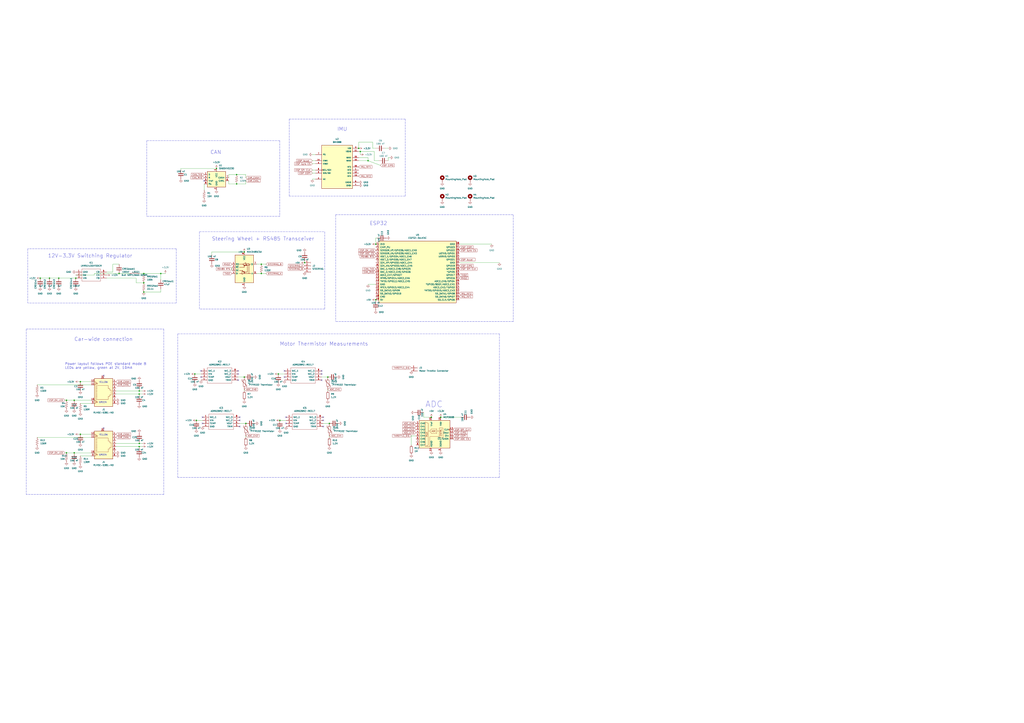
<source format=kicad_sch>
(kicad_sch (version 20211123) (generator eeschema)
  (paper "A1")
  (junction (at 194.31 143.51))
  (junction (at 200.66 207.01))
  (junction (at 114.4036 364.49))
  (junction (at 118.11 240.03))
  (junction (at 114.3 323.85))
  (junction (at 308.61 200.66))
  (junction (at 295.91 124.46))
  (junction (at 161.29 345.44))
  (junction (at 160.02 307.34))
  (junction (at 114.3 367.03))
  (junction (at 214.63 224.79))
  (junction (at 361.95 342.9))
  (junction (at 132.08 224.79))
  (junction (at 114.4036 321.31))
  (junction (at 294.64 121.92))
  (junction (at 48.26 228.6))
  (junction (at 354.33 342.9))
  (junction (at 194.31 151.13))
  (junction (at 302.26 132.08))
  (junction (at 54.61 372.11))
  (junction (at 250.19 215.9))
  (junction (at 118.11 232.41))
  (junction (at 118.11 224.79))
  (junction (at 60.96 372.11))
  (junction (at 269.24 309.88))
  (junction (at 214.63 217.17))
  (junction (at 40.64 228.6))
  (junction (at 200.66 309.88))
  (junction (at 201.93 347.98))
  (junction (at 228.6 307.34))
  (junction (at 229.87 345.44))
  (junction (at 62.23 228.6))
  (junction (at 66.04 313.69))
  (junction (at 308.61 246.38))
  (junction (at 54.61 328.93))
  (junction (at 33.02 228.6))
  (junction (at 270.51 347.98))
  (junction (at 97.79 224.79))
  (junction (at 60.96 328.93))
  (junction (at 177.8 138.43))
  (junction (at 66.04 356.87))
  (no_connect (at 85.09 351.79))
  (no_connect (at 264.16 307.34))
  (no_connect (at 166.37 342.9))
  (no_connect (at 196.85 342.9))
  (no_connect (at 195.58 304.8))
  (no_connect (at 234.95 342.9))
  (no_connect (at 196.85 350.52))
  (no_connect (at 165.1 304.8))
  (no_connect (at 166.37 347.98))
  (no_connect (at 264.16 304.8))
  (no_connect (at 165.1 309.88))
  (no_connect (at 234.95 347.98))
  (no_connect (at 85.09 308.61))
  (no_connect (at 265.43 342.9))
  (no_connect (at 167.64 148.59))
  (no_connect (at 196.85 345.44))
  (no_connect (at 233.68 304.8))
  (no_connect (at 265.43 350.52))
  (no_connect (at 195.58 312.42))
  (no_connect (at 265.43 345.44))
  (no_connect (at 264.16 312.42))
  (no_connect (at 195.58 307.34))
  (no_connect (at 233.68 309.88))
  (wire (pts (xy 200.66 207.01) (xy 173.99 207.01)))
  (wire (pts (xy 307.34 132.08) (xy 311.15 132.08)))
  (wire (pts (xy 114.3 367.03) (xy 95.25 367.03)))
  (polyline (pts (xy 146.05 274.32) (xy 410.21 274.32)))
  (wire (pts (xy 264.16 309.88) (xy 269.24 309.88)))
  (wire (pts (xy 294.64 116.84) (xy 306.07 116.84)))
  (wire (pts (xy 318.77 129.54) (xy 320.04 129.54)))
  (wire (pts (xy 308.61 195.58) (xy 309.88 195.58)))
  (wire (pts (xy 294.64 129.54) (xy 302.26 129.54)))
  (wire (pts (xy 270.51 359.41) (xy 270.51 358.14)))
  (wire (pts (xy 214.63 217.17) (xy 210.82 217.17)))
  (wire (pts (xy 229.87 345.44) (xy 234.95 345.44)))
  (wire (pts (xy 295.91 124.46) (xy 307.34 124.46)))
  (polyline (pts (xy 146.05 274.32) (xy 146.05 392.43)))
  (wire (pts (xy 265.43 347.98) (xy 270.51 347.98)))
  (wire (pts (xy 308.61 246.38) (xy 308.61 247.65)))
  (wire (pts (xy 347.98 339.09) (xy 347.98 342.9)))
  (wire (pts (xy 196.85 347.98) (xy 201.93 347.98)))
  (wire (pts (xy 132.08 237.49) (xy 132.08 240.03)))
  (wire (pts (xy 201.93 359.41) (xy 201.93 358.14)))
  (wire (pts (xy 48.26 228.6) (xy 62.23 228.6)))
  (polyline (pts (xy 134.62 406.4) (xy 21.59 406.4)))
  (wire (pts (xy 167.64 151.13) (xy 167.64 156.21)))
  (wire (pts (xy 62.23 226.06) (xy 77.47 226.06)))
  (wire (pts (xy 114.4036 321.31) (xy 114.4036 320.04)))
  (wire (pts (xy 294.64 121.92) (xy 294.64 116.84)))
  (wire (pts (xy 54.61 328.93) (xy 60.96 328.93)))
  (wire (pts (xy 97.79 224.79) (xy 106.68 224.79)))
  (wire (pts (xy 64.77 313.69) (xy 66.04 313.69)))
  (wire (pts (xy 259.08 142.24) (xy 256.54 142.24)))
  (wire (pts (xy 114.4036 364.49) (xy 114.4036 363.22)))
  (wire (pts (xy 114.4036 321.31) (xy 95.25 321.31)))
  (polyline (pts (xy 144.78 204.47) (xy 22.86 204.47)))
  (wire (pts (xy 53.34 372.11) (xy 54.61 372.11)))
  (wire (pts (xy 132.08 224.79) (xy 135.89 224.79)))
  (wire (pts (xy 116.84 323.85) (xy 114.3 323.85)))
  (polyline (pts (xy 266.7 190.5) (xy 266.7 254)))
  (wire (pts (xy 87.63 228.6) (xy 111.76 228.6)))
  (wire (pts (xy 116.84 364.49) (xy 114.4036 364.49)))
  (polyline (pts (xy 163.83 190.5) (xy 163.83 254)))
  (wire (pts (xy 116.84 367.03) (xy 114.3 367.03)))
  (polyline (pts (xy 410.21 274.32) (xy 410.21 392.43)))
  (wire (pts (xy 66.04 331.47) (xy 74.93 331.47)))
  (wire (pts (xy 347.98 342.9) (xy 354.33 342.9)))
  (wire (pts (xy 259.08 134.62) (xy 256.54 134.62)))
  (wire (pts (xy 111.76 232.41) (xy 118.11 232.41)))
  (polyline (pts (xy 229.87 115.57) (xy 229.87 177.8)))
  (wire (pts (xy 66.04 313.69) (xy 74.93 313.69)))
  (polyline (pts (xy 332.74 161.29) (xy 237.49 161.29)))
  (wire (pts (xy 337.82 358.14) (xy 341.63 358.14)))
  (wire (pts (xy 302.26 132.08) (xy 312.42 135.89)))
  (wire (pts (xy 259.08 132.08) (xy 256.54 132.08)))
  (wire (pts (xy 294.64 132.08) (xy 302.26 132.08)))
  (wire (pts (xy 269.24 321.31) (xy 269.24 320.04)))
  (wire (pts (xy 161.29 345.44) (xy 166.37 345.44)))
  (wire (pts (xy 214.63 224.79) (xy 210.82 224.79)))
  (polyline (pts (xy 120.65 115.57) (xy 229.87 115.57)))
  (polyline (pts (xy 120.65 115.57) (xy 120.65 177.8)))
  (wire (pts (xy 194.31 151.13) (xy 201.93 151.13)))
  (wire (pts (xy 33.02 228.6) (xy 40.64 228.6)))
  (wire (pts (xy 148.59 138.43) (xy 148.59 139.7)))
  (wire (pts (xy 228.6 307.34) (xy 233.68 307.34)))
  (wire (pts (xy 114.4036 364.49) (xy 95.25 364.49)))
  (wire (pts (xy 259.08 139.7) (xy 256.54 139.7)))
  (wire (pts (xy 148.59 138.43) (xy 177.8 138.43)))
  (wire (pts (xy 294.64 124.46) (xy 295.91 124.46)))
  (polyline (pts (xy 144.78 248.92) (xy 22.86 248.92)))
  (polyline (pts (xy 421.64 176.53) (xy 421.64 264.16)))
  (wire (pts (xy 403.86 200.66) (xy 377.19 200.66)))
  (wire (pts (xy 111.76 228.6) (xy 111.76 232.41)))
  (polyline (pts (xy 332.74 97.79) (xy 332.74 161.29)))
  (wire (pts (xy 306.07 116.84) (xy 306.07 121.92)))
  (polyline (pts (xy 21.59 270.51) (xy 134.62 270.51)))
  (wire (pts (xy 54.61 372.11) (xy 60.96 372.11)))
  (wire (pts (xy 302.26 129.54) (xy 302.26 132.08)))
  (wire (pts (xy 87.63 223.52) (xy 92.71 223.52)))
  (polyline (pts (xy 275.59 176.53) (xy 275.59 264.16)))
  (wire (pts (xy 306.07 121.92) (xy 308.61 121.92)))
  (wire (pts (xy 132.08 224.79) (xy 132.08 229.87)))
  (wire (pts (xy 66.04 374.65) (xy 74.93 374.65)))
  (wire (pts (xy 92.71 223.52) (xy 92.71 217.17)))
  (wire (pts (xy 187.96 146.05) (xy 187.96 143.51)))
  (wire (pts (xy 92.71 217.17) (xy 97.79 217.17)))
  (wire (pts (xy 132.08 240.03) (xy 118.11 240.03)))
  (polyline (pts (xy 237.49 97.79) (xy 332.74 97.79)))
  (wire (pts (xy 30.48 316.23) (xy 74.93 316.23)))
  (wire (pts (xy 295.91 124.46) (xy 295.91 127)))
  (wire (pts (xy 173.99 207.01) (xy 173.99 209.55)))
  (wire (pts (xy 114.3 367.03) (xy 114.3 368.3)))
  (wire (pts (xy 200.66 321.31) (xy 200.66 320.04)))
  (wire (pts (xy 259.08 127) (xy 256.54 127)))
  (polyline (pts (xy 144.78 204.47) (xy 144.78 248.92)))
  (wire (pts (xy 194.31 143.51) (xy 201.93 143.51)))
  (wire (pts (xy 60.96 328.93) (xy 74.93 328.93)))
  (wire (pts (xy 318.77 132.08) (xy 318.77 129.54)))
  (polyline (pts (xy 22.86 204.47) (xy 22.86 248.92)))
  (polyline (pts (xy 163.83 190.5) (xy 266.7 190.5)))
  (wire (pts (xy 259.08 147.32) (xy 256.54 147.32)))
  (polyline (pts (xy 421.64 264.16) (xy 275.59 264.16)))
  (wire (pts (xy 77.47 224.79) (xy 97.79 224.79)))
  (wire (pts (xy 187.96 151.13) (xy 194.31 151.13)))
  (polyline (pts (xy 266.7 254) (xy 163.83 254)))
  (polyline (pts (xy 237.49 97.79) (xy 237.49 161.29)))
  (wire (pts (xy 187.96 148.59) (xy 187.96 151.13)))
  (wire (pts (xy 30.48 359.41) (xy 74.93 359.41)))
  (wire (pts (xy 201.93 151.13) (xy 201.93 148.59)))
  (wire (pts (xy 218.44 217.17) (xy 214.63 217.17)))
  (wire (pts (xy 60.96 372.11) (xy 74.93 372.11)))
  (wire (pts (xy 302.26 233.68) (xy 308.61 233.68)))
  (polyline (pts (xy 134.62 270.51) (xy 134.62 406.4)))
  (wire (pts (xy 187.96 143.51) (xy 194.31 143.51)))
  (wire (pts (xy 361.95 342.9) (xy 378.46 342.9)))
  (wire (pts (xy 195.58 309.88) (xy 200.66 309.88)))
  (wire (pts (xy 316.23 121.92) (xy 318.77 121.92)))
  (wire (pts (xy 77.47 226.06) (xy 77.47 224.79)))
  (wire (pts (xy 337.82 358.14) (xy 337.82 365.76)))
  (wire (pts (xy 218.44 224.79) (xy 214.63 224.79)))
  (wire (pts (xy 118.11 224.79) (xy 132.08 224.79)))
  (wire (pts (xy 308.61 195.58) (xy 308.61 200.66)))
  (polyline (pts (xy 21.59 270.51) (xy 21.59 406.4)))
  (wire (pts (xy 40.64 228.6) (xy 48.26 228.6)))
  (wire (pts (xy 66.04 356.87) (xy 74.93 356.87)))
  (polyline (pts (xy 410.21 392.43) (xy 146.05 392.43)))
  (wire (pts (xy 64.77 356.87) (xy 66.04 356.87)))
  (wire (pts (xy 201.93 143.51) (xy 201.93 146.05)))
  (wire (pts (xy 114.3 323.85) (xy 95.25 323.85)))
  (polyline (pts (xy 275.59 176.53) (xy 421.64 176.53)))
  (wire (pts (xy 410.21 215.9) (xy 377.19 215.9)))
  (wire (pts (xy 190.5 219.71) (xy 190.5 222.25)))
  (wire (pts (xy 114.3 224.79) (xy 118.11 224.79)))
  (wire (pts (xy 160.02 307.34) (xy 165.1 307.34)))
  (wire (pts (xy 250.19 215.9) (xy 250.19 214.63)))
  (wire (pts (xy 53.34 328.93) (xy 54.61 328.93)))
  (wire (pts (xy 116.84 321.31) (xy 114.4036 321.31)))
  (polyline (pts (xy 229.87 177.8) (xy 120.65 177.8)))
  (wire (pts (xy 307.34 124.46) (xy 307.34 132.08)))
  (wire (pts (xy 114.3 323.85) (xy 114.3 325.12)))
  (text "12V-3.3V Switching Regulator" (at 39.37 212.09 0) (effects (font (size 3 3)) (justify left bottom)))
  (text "IMU" (at 276.86 107.95 0) (effects (font (size 3 3)) (justify left bottom)))
  (text "ADC" (at 349.25 335.28 0) (effects (font (size 5 5)) (justify left bottom)))
  (text "YELLOW" (at 81.28 314.96 0) (effects (font (size 1.27 1.27)) (justify left bottom)))
  (text "Steering Wheel + RS485 Transceiver" (at 173.99 198.12 0) (effects (font (size 3 3)) (justify left bottom)))
  (text "ESP32" (at 303.53 185.42 0) (effects (font (size 3 3)) (justify left bottom)))
  (text "GREEN" (at 81.28 374.65 0) (effects (font (size 1.27 1.27)) (justify left bottom)))
  (text "Power layout follows POE standard mode B\nLEDs are yellow, green at 2V, 10mA" (at 53.34 303.53 0) (effects (font (size 2 2)) (justify left bottom)))
  (text "GREEN" (at 81.28 331.47 0) (effects (font (size 1.27 1.27)) (justify left bottom)))
  (text "YELLOW" (at 81.28 358.14 0) (effects (font (size 1.27 1.27)) (justify left bottom)))
  (text "CAN" (at 172.72 127 0) (effects (font (size 3 3)) (justify left bottom)))
  (text "Motor Thermistor Measurements" (at 229.87 284.48 0) (effects (font (size 3 3)) (justify left bottom)))
  (text "Car-wide connection" (at 60.96 280.67 0) (effects (font (size 3 3)) (justify left bottom)))
  (global_label "CAR_CANH" (shape input) (at 201.93 146.05 0) (property "Intersheet References" "${INTERSHEET_REFS}" (effects hide)))
  (global_label "CAR_CANL" (shape input) (at 95.25 359.41 0) (property "Intersheet References" "${INTERSHEET_REFS}" (effects hide)))
  (global_label "CAN_RXD" (shape input) (at 308.61 223.52 180) (property "Intersheet References" "${INTERSHEET_REFS}" (effects hide)))
  (global_label "ADC_CH0" (shape input) (at 200.66 320.04 0) (property "Intersheet References" "${INTERSHEET_REFS}" (effects hide)))
  (global_label "ESP SPI CLK" (shape input) (at 256.54 139.7 180) (property "Intersheet References" "${INTERSHEET_REFS}" (effects hide)))
  (global_label "CAN_RXD" (shape input) (at 167.64 146.05 180) (property "Intersheet References" "${INTERSHEET_REFS}" (effects hide)))
  (global_label "CAR_CANH" (shape input) (at 95.25 356.87 0) (property "Intersheet References" "${INTERSHEET_REFS}" (effects hide)))
  (global_label "THROTTLE_SIG" (shape input) (at 337.82 358.14 180) (property "Intersheet References" "${INTERSHEET_REFS}" (effects hide)))
  (global_label "ESP CIPO" (shape input) (at 372.11 355.6 0) (property "Intersheet References" "${INTERSHEET_REFS}" (effects hide)))
  (global_label "ESP CIPO" (shape input) (at 377.19 218.44 0) (property "Intersheet References" "${INTERSHEET_REFS}" (effects hide)))
  (global_label "IMU_INT2" (shape input) (at 377.19 241.3 0) (property "Intersheet References" "${INTERSHEET_REFS}" (effects hide)))
  (global_label "STEERING_A" (shape input) (at 250.19 218.44 180) (property "Intersheet References" "${INTERSHEET_REFS}" (effects hide)))
  (global_label "ADC_CH2" (shape input) (at 201.93 358.14 0) (property "Intersheet References" "${INTERSHEET_REFS}" (effects hide)))
  (global_label "ADC_CH4" (shape input) (at 270.51 358.14 0) (property "Intersheet References" "${INTERSHEET_REFS}" (effects hide)))
  (global_label "CAR_CANL" (shape input) (at 201.93 148.59 0) (property "Intersheet References" "${INTERSHEET_REFS}" (effects hide)))
  (global_label "ADC_CH3" (shape input) (at 341.63 355.6 180) (property "Intersheet References" "${INTERSHEET_REFS}" (effects hide)))
  (global_label "STEERING_B" (shape input) (at 250.19 220.98 180) (property "Intersheet References" "${INTERSHEET_REFS}" (effects hide)))
  (global_label "ESP Accel " (shape input) (at 377.19 213.36 0) (property "Intersheet References" "${INTERSHEET_REFS}" (effects hide)))
  (global_label "STEERING_A" (shape input) (at 218.44 224.79 0) (property "Intersheet References" "${INTERSHEET_REFS}" (effects hide)))
  (global_label "RXD2" (shape input) (at 190.5 217.17 180) (property "Intersheet References" "${INTERSHEET_REFS}" (effects hide)))
  (global_label "IMU_INT2" (shape input) (at 294.64 144.78 0) (property "Intersheet References" "${INTERSHEET_REFS}" (effects hide)))
  (global_label "STEERING_B" (shape input) (at 218.44 217.17 0) (property "Intersheet References" "${INTERSHEET_REFS}" (effects hide)))
  (global_label "ESP Gyro CS" (shape input) (at 256.54 134.62 180) (property "Intersheet References" "${INTERSHEET_REFS}" (effects hide)))
  (global_label "IMU_INT1" (shape input) (at 377.19 243.84 0) (property "Intersheet References" "${INTERSHEET_REFS}" (effects hide)))
  (global_label "CAN_TXD" (shape input) (at 167.64 143.51 180) (property "Intersheet References" "${INTERSHEET_REFS}" (effects hide)))
  (global_label "TXD2" (shape input) (at 190.5 224.79 180) (property "Intersheet References" "${INTERSHEET_REFS}" (effects hide)))
  (global_label "ESP_OK_LED" (shape input) (at 53.34 372.11 180) (property "Intersheet References" "${INTERSHEET_REFS}" (effects hide)))
  (global_label "ESP Gyro CS" (shape input) (at 377.19 205.74 0) (property "Intersheet References" "${INTERSHEET_REFS}" (effects hide)))
  (global_label "ESP SPI CLK" (shape input) (at 372.11 353.06 0) (property "Intersheet References" "${INTERSHEET_REFS}" (effects hide)))
  (global_label "ADC_CH1" (shape input) (at 341.63 350.52 180) (property "Intersheet References" "${INTERSHEET_REFS}" (effects hide)))
  (global_label "ESP_OK_LED" (shape input) (at 53.34 328.93 180) (property "Intersheet References" "${INTERSHEET_REFS}" (effects hide)))
  (global_label "ESP Accel " (shape input) (at 256.54 132.08 180) (property "Intersheet References" "${INTERSHEET_REFS}" (effects hide)))
  (global_label "ADC_CH0" (shape input) (at 341.63 347.98 180) (property "Intersheet References" "${INTERSHEET_REFS}" (effects hide)))
  (global_label "ESP ADC CS" (shape input) (at 308.61 208.28 180) (property "Intersheet References" "${INTERSHEET_REFS}" (effects hide)))
  (global_label "RS485 RTS" (shape input) (at 190.5 220.98 180) (property "Intersheet References" "${INTERSHEET_REFS}" (effects hide)))
  (global_label "ADC_CH2" (shape input) (at 341.63 353.06 180) (property "Intersheet References" "${INTERSHEET_REFS}" (effects hide)))
  (global_label "ESP COPI" (shape input) (at 372.11 358.14 0) (property "Intersheet References" "${INTERSHEET_REFS}" (effects hide)))
  (global_label "ESP COPI" (shape input) (at 256.54 142.24 180) (property "Intersheet References" "${INTERSHEET_REFS}" (effects hide)))
  (global_label "TXD2" (shape input) (at 377.19 226.06 0) (property "Intersheet References" "${INTERSHEET_REFS}" (effects hide)))
  (global_label "ESP ADC CS" (shape input) (at 372.11 360.68 0) (property "Intersheet References" "${INTERSHEET_REFS}" (effects hide)))
  (global_label "THROTTLE_SIG" (shape input) (at 337.82 302.26 180) (property "Intersheet References" "${INTERSHEET_REFS}" (effects hide)))
  (global_label "IMU_INT1" (shape input) (at 294.64 137.16 0) (property "Intersheet References" "${INTERSHEET_REFS}" (effects hide)))
  (global_label "CAN_TXD" (shape input) (at 308.61 220.98 180) (property "Intersheet References" "${INTERSHEET_REFS}" (effects hide)))
  (global_label "RXD2" (shape input) (at 377.19 228.6 0) (property "Intersheet References" "${INTERSHEET_REFS}" (effects hide)))
  (global_label "RS485 RTS" (shape input) (at 308.61 210.82 180) (property "Intersheet References" "${INTERSHEET_REFS}" (effects hide)))
  (global_label "ESP_OK_LED" (shape input) (at 308.61 205.74 180) (property "Intersheet References" "${INTERSHEET_REFS}" (effects hide)))
  (global_label "ADC_CH1" (shape input) (at 269.24 320.04 0) (property "Intersheet References" "${INTERSHEET_REFS}" (effects hide)))
  (global_label "ESP COPI" (shape input) (at 377.19 203.2 0) (property "Intersheet References" "${INTERSHEET_REFS}" (effects hide)))
  (global_label "ESP CIPO" (shape input) (at 312.42 135.89 0) (property "Intersheet References" "${INTERSHEET_REFS}" (effects hide)))
  (global_label "CAR_CANH" (shape input) (at 95.25 313.69 0) (property "Intersheet References" "${INTERSHEET_REFS}" (effects hide)))
  (global_label "ESP SPI CLK" (shape input) (at 377.19 220.98 0) (property "Intersheet References" "${INTERSHEET_REFS}" (effects hide)))
  (global_label "CAR_CANL" (shape input) (at 95.25 316.23 0) (property "Intersheet References" "${INTERSHEET_REFS}" (effects hide)))
  (symbol (lib_id "Device:R_US") (at 30.48 320.04 180) (unit 1)
    (property "Reference" "R3" (at 33.02 318.7699 0) (effects (justify right)))
    (property "Value" "130R" (at 33.02 321.3099 0) (effects (justify right)))
    (property "Footprint" "Resistor_SMD:R_0805_2012Metric" (effects hide))
  )
  (symbol (lib_id "Device:C") (at 97.79 220.98 0) (unit 1)
    (property "Reference" "CREGboot1" (at 100.33 220.98 0) (effects (justify left)))
    (property "Value" "100nF" (at 100.33 223.52 0) (effects (justify left)))
    (property "Footprint" "Capacitor_SMD:C_0805_2012Metric" (effects hide))
  )
  (symbol (lib_id "Device:C") (at 344.17 339.09 270) (unit 1)
    (property "Reference" "C10" (at 344.17 342.9 0))
    (property "Value" "100 nF" (at 346.71 339.09 0))
    (property "Footprint" "Capacitor_SMD:C_0805_2012Metric" (effects hide))
  )
  (symbol (lib_id "power:GND") (at 294.64 152.4 90) (unit 1)
    (property "Reference" "#PWR029" (effects hide))
    (property "Value" "GND" (at 298.45 152.3999 90) (effects (justify right)))
  )
  (symbol (lib_name "GND_6") (lib_id "power:GND") (at 66.04 339.09 0) (unit 1)
    (property "Reference" "#PWR018" (effects hide))
    (property "Value" "GND" (at 66.04 344.17 0))
  )
  (symbol (lib_id "power:+12V") (at 161.29 345.44 90) (unit 1)
    (property "Reference" "#PWR0110" (effects hide))
    (property "Value" "+12V" (at 157.48 345.4399 90) (effects (justify left)))
  )
  (symbol (lib_name "GND_1") (lib_id "power:GND") (at 270.51 367.03 0) (unit 1)
    (property "Reference" "#PWR0112" (effects hide))
    (property "Value" "GND" (at 270.51 372.11 0))
  )
  (symbol (lib_name "GND_14") (lib_id "power:GND") (at 386.08 165.1 0) (unit 1)
    (property "Reference" "#PWR0131" (effects hide))
    (property "Value" "GND" (at 386.08 170.18 0))
  )
  (symbol (lib_id "Connector:RJ45_LED_Shielded") (at 85.09 364.49 0) (mirror x) (unit 1)
    (property "Reference" "J4" (at 85.09 379.73 0))
    (property "Value" "RJHSE-5381-ND" (at 85.09 382.27 0))
    (property "Footprint" "Connector_RJ:RJ45_Amphenol_RJHSE538X" (effects hide))
  )
  (symbol (lib_name "GND_13") (lib_id "power:GND") (at 118.11 240.03 0) (unit 1)
    (property "Reference" "#PWR0127" (effects hide))
    (property "Value" "GND" (at 118.11 245.11 0))
  )
  (symbol (lib_name "+5V_2") (lib_id "power:+5V") (at 250.19 215.9 90) (unit 1)
    (property "Reference" "#PWR037" (effects hide))
    (property "Value" "+5V" (at 246.38 215.8999 90) (effects (justify left)))
  )
  (symbol (lib_id "Device:Thermistor") (at 200.66 314.96 180) (unit 1)
    (property "Reference" "TH1" (at 204.47 313.6899 0) (effects (justify right)))
    (property "Value" "PTFM102 Thermistor" (at 204.47 316.2299 0) (effects (justify right)))
    (property "Footprint" "Connector_JST:JST_XH_B2B-XH-A_1x02_P2.50mm_Vertical" (effects hide))
  )
  (symbol (lib_id "Device:C") (at 148.59 143.51 0) (unit 1)
    (property "Reference" "C1" (at 152.4 143.51 0))
    (property "Value" "100 nF" (at 148.59 140.97 0))
    (property "Footprint" "Capacitor_SMD:C_0805_2012Metric" (effects hide))
  )
  (symbol (lib_name "GND_16") (lib_id "power:GND") (at 95.25 374.65 90) (unit 1)
    (property "Reference" "#PWR0143" (effects hide))
    (property "Value" "GND" (at 99.06 374.6499 90) (effects (justify right)))
  )
  (symbol (lib_id "power:GND") (at 340.36 339.09 270) (unit 1)
    (property "Reference" "#PWR048" (effects hide))
    (property "Value" "GND" (at 339.0901 341.63 0) (effects (justify left)))
  )
  (symbol (lib_id "power:GND") (at 173.99 217.17 0) (unit 1)
    (property "Reference" "#PWR033" (effects hide))
    (property "Value" "GND" (at 176.53 218.4399 0) (effects (justify left)))
  )
  (symbol (lib_id "power:+12V") (at 116.84 367.03 270) (unit 1)
    (property "Reference" "#PWR0133" (effects hide))
    (property "Value" "+12V" (at 120.65 367.0299 90) (effects (justify left)))
  )
  (symbol (lib_id "Connector:Conn_01x02_Female") (at 342.9 302.26 0) (unit 1)
    (property "Reference" "J3" (at 344.17 302.2599 0) (effects (justify left)))
    (property "Value" "Motor Throttle Connector" (at 344.17 304.7999 0) (effects (justify left)))
    (property "Footprint" "Connector_JST:JST_XH_B2B-XH-A_1x02_P2.50mm_Vertical" (effects hide))
  )
  (symbol (lib_id "Device:Thermistor") (at 270.51 353.06 180) (unit 1)
    (property "Reference" "TH4" (at 274.32 351.7899 0) (effects (justify right)))
    (property "Value" "PTFM102 Thermistor" (at 274.32 354.3299 0) (effects (justify right)))
    (property "Footprint" "Connector_JST:JST_XH_B2B-XH-A_1x02_P2.50mm_Vertical" (effects hide))
  )
  (symbol (lib_id "power:+3.3V") (at 294.64 121.92 270) (unit 1)
    (property "Reference" "#PWR027" (effects hide))
    (property "Value" "+3.3V" (at 298.45 121.9199 90) (effects (justify left)))
  )
  (symbol (lib_id "Device:C") (at 273.05 309.88 270) (unit 1)
    (property "Reference" "C20" (at 273.05 313.69 0))
    (property "Value" "100 nF" (at 275.59 309.88 0))
    (property "Footprint" "Capacitor_SMD:C_0805_2012Metric" (effects hide))
  )
  (symbol (lib_id "Mechanical:MountingHole_Pad") (at 363.22 147.32 0) (unit 1)
    (property "Reference" "H1" (at 365.76 144.7799 0) (effects (justify left)))
    (property "Value" "MountingHole_Pad" (at 365.76 147.3199 0) (effects (justify left)))
    (property "Footprint" "MountingHole:MountingHole_3mm_Pad_Via" (effects hide))
  )
  (symbol (lib_id "Espressif:ESP32-DevKitC") (at 341.63 223.52 0) (unit 1)
    (property "Reference" "U5" (at 342.9 193.04 0))
    (property "Value" "ESP32-DevKitC" (at 342.9 195.58 0))
    (property "Footprint" "Espressif:ESP32-DevKitC" (effects hide))
    (property "Datasheet" "https://docs.espressif.com/projects/esp-idf/zh_CN/latest/esp32/hw-reference/esp32/get-started-devkitc.html" (effects hide))
  )
  (symbol (lib_id "Device:R") (at 269.24 325.12 0) (unit 1)
    (property "Reference" "R9" (at 271.78 323.8499 0) (effects (justify left)))
    (property "Value" "1.2K" (at 271.78 326.3899 0) (effects (justify left)))
    (property "Footprint" "Resistor_SMD:R_0805_2012Metric" (effects hide))
  )
  (symbol (lib_id "power:GND") (at 114.3 332.74 0) (unit 1)
    (property "Reference" "#PWR021" (effects hide))
    (property "Value" "GND" (at 116.84 334.0099 0) (effects (justify left)))
  )
  (symbol (lib_name "GND_1") (lib_id "power:GND") (at 201.93 367.03 0) (unit 1)
    (property "Reference" "#PWR0114" (effects hide))
    (property "Value" "GND" (at 201.93 372.11 0))
  )
  (symbol (lib_name "GND_12") (lib_id "power:GND") (at 48.26 236.22 0) (unit 1)
    (property "Reference" "#PWR0122" (effects hide))
    (property "Value" "GND" (at 48.26 241.3 0))
  )
  (symbol (lib_id "power:GND") (at 66.04 321.31 0) (unit 1)
    (property "Reference" "#PWR017" (effects hide))
    (property "Value" "GND" (at 66.04 326.39 0))
  )
  (symbol (lib_name "GND_17") (lib_id "power:GND") (at 229.87 353.06 0) (unit 1)
    (property "Reference" "#PWR0115" (effects hide))
    (property "Value" "GND" (at 229.87 358.14 0))
  )
  (symbol (lib_id "Device:C") (at 48.26 232.41 0) (unit 1)
    (property "Reference" "CREGin3" (at 44.45 237.49 90) (effects (justify left)))
    (property "Value" "1uF" (at 46.99 234.95 0) (effects (justify left)))
    (property "Footprint" "Capacitor_SMD:C_0805_2012Metric" (effects hide))
  )
  (symbol (lib_name "GND_17") (lib_id "power:GND") (at 160.02 314.96 0) (unit 1)
    (property "Reference" "#PWR0108" (effects hide))
    (property "Value" "GND" (at 160.02 320.04 0))
  )
  (symbol (lib_id "ADR02BRZ-REEL7:ADR02BRZ-REEL7") (at 165.1 304.8 0) (unit 1)
    (property "Reference" "IC2" (at 180.34 297.18 0))
    (property "Value" "ADR02BRZ-REEL7" (at 180.34 299.72 0))
    (property "Footprint" "ADR02BRZ:SOIC127P600X175-8N" (effects hide))
    (property "Datasheet" "https://www.analog.com/media/en/technical-documentation/data-sheets/adr01_02_03_06.pdf" (effects hide))
    (property "Description" "ANALOG DEVICES - ADR02BRZ-REEL7 - Voltage Reference Series - Fixed, 5V reference, 3ppm/C, NSOIC-8" (effects hide))
    (property "Height" "1.75" (effects hide))
    (property "Mouser Part Number" "584-ADR02BRZ-R7" (effects hide))
    (property "Mouser Price/Stock" "https://www.mouser.co.uk/ProductDetail/Analog-Devices/ADR02BRZ-REEL7?qs=WIvQP4zGaniKwtuHwfFcfg%3D%3D" (effects hide))
    (property "Manufacturer_Name" "Analog Devices" (effects hide))
    (property "Manufacturer_Part_Number" "ADR02BRZ-REEL7" (effects hide))
  )
  (symbol (lib_name "GND_14") (lib_id "power:GND") (at 363.22 149.86 0) (unit 1)
    (property "Reference" "#PWR0130" (effects hide))
    (property "Value" "GND" (at 363.22 154.94 0))
  )
  (symbol (lib_id "Device:C") (at 308.61 251.46 0) (unit 1)
    (property "Reference" "C12" (at 312.42 251.46 0))
    (property "Value" "100 nF" (at 308.61 248.92 0))
    (property "Footprint" "Capacitor_SMD:C_0805_2012Metric" (effects hide))
  )
  (symbol (lib_name "GND_17") (lib_id "power:GND") (at 234.95 350.52 0) (unit 1)
    (property "Reference" "#PWR0101" (effects hide))
    (property "Value" "GND" (at 234.95 355.6 0))
  )
  (symbol (lib_id "power:+3.3V") (at 295.91 127 270) (unit 1)
    (property "Reference" "#PWR030" (effects hide))
    (property "Value" "+3.3V" (at 299.72 126.9999 90) (effects (justify left)))
  )
  (symbol (lib_id "Device:C") (at 250.19 210.82 180) (unit 1)
    (property "Reference" "C9" (at 246.38 210.82 0))
    (property "Value" "100 nF" (at 250.19 213.36 0))
    (property "Footprint" "Capacitor_SMD:C_0805_2012Metric" (effects hide))
  )
  (symbol (lib_name "+3.3V_1") (lib_id "power:+3.3V") (at 308.61 200.66 90) (unit 1)
    (property "Reference" "#PWR056" (effects hide))
    (property "Value" "+3.3V" (at 304.8 200.6599 90) (effects (justify left)))
  )
  (symbol (lib_id "Device:R_US") (at 66.04 335.28 180) (unit 1)
    (property "Reference" "R5" (at 68.58 334.0099 0) (effects (justify right)))
    (property "Value" "130R" (at 68.58 336.5499 0) (effects (justify right)))
    (property "Footprint" "Resistor_SMD:R_0805_2012Metric" (effects hide))
  )
  (symbol (lib_id "Device:R_US") (at 118.11 236.22 0) (unit 1)
    (property "Reference" "RREGfbb1" (at 120.65 234.9499 0) (effects (justify left)))
    (property "Value" "22.1k" (at 120.65 237.4899 0) (effects (justify left)))
    (property "Footprint" "Resistor_SMD:R_0805_2012Metric" (effects hide))
  )
  (symbol (lib_name "GND_5") (lib_id "power:GND") (at 410.21 215.9 0) (unit 1)
    (property "Reference" "#PWR061" (effects hide))
    (property "Value" "GND" (at 410.21 220.98 0))
  )
  (symbol (lib_name "+3.3V_5") (lib_id "power:+3.3V") (at 64.77 313.69 90) (unit 1)
    (property "Reference" "#PWR016" (effects hide))
    (property "Value" "+3.3V" (at 60.96 313.6899 90) (effects (justify left)))
  )
  (symbol (lib_name "GND_6") (lib_id "power:GND") (at 30.48 323.85 0) (unit 1)
    (property "Reference" "#PWR013" (effects hide))
    (property "Value" "GND" (at 30.48 328.93 0))
  )
  (symbol (lib_id "Device:Thermistor") (at 269.24 314.96 180) (unit 1)
    (property "Reference" "TH3" (at 273.05 313.6899 0) (effects (justify right)))
    (property "Value" "PTFM102 Thermistor" (at 273.05 316.2299 0) (effects (justify right)))
    (property "Footprint" "Connector_JST:JST_XH_B2B-XH-A_1x02_P2.50mm_Vertical" (effects hide))
  )
  (symbol (lib_id "Device:C") (at 205.74 347.98 270) (unit 1)
    (property "Reference" "C19" (at 205.74 351.79 0))
    (property "Value" "100 nF" (at 208.28 347.98 0))
    (property "Footprint" "Capacitor_SMD:C_0805_2012Metric" (effects hide))
  )
  (symbol (lib_id "power:GND") (at 114.4036 312.42 180) (unit 1)
    (property "Reference" "#PWR022" (effects hide))
    (property "Value" "GND" (at 111.8636 311.1501 0) (effects (justify left)))
  )
  (symbol (lib_id "power:GND") (at 386.08 342.9 90) (unit 1)
    (property "Reference" "#PWR054" (effects hide))
    (property "Value" "GND" (at 387.3499 340.36 0) (effects (justify left)))
  )
  (symbol (lib_id "power:GND") (at 114.3 375.92 0) (unit 1)
    (property "Reference" "#PWR0141" (effects hide))
    (property "Value" "GND" (at 116.84 377.1899 0) (effects (justify left)))
  )
  (symbol (lib_id "power:GND") (at 114.4036 355.6 180) (unit 1)
    (property "Reference" "#PWR0134" (effects hide))
    (property "Value" "GND" (at 111.8636 354.3301 0) (effects (justify left)))
  )
  (symbol (lib_id "power:GND") (at 54.61 379.73 0) (unit 1)
    (property "Reference" "#PWR0138" (effects hide))
    (property "Value" "GND" (at 54.61 384.81 0))
  )
  (symbol (lib_name "GND_12") (lib_id "power:GND") (at 40.64 236.22 0) (unit 1)
    (property "Reference" "#PWR0126" (effects hide))
    (property "Value" "GND" (at 40.64 241.3 0))
  )
  (symbol (lib_id "Device:R") (at 201.93 363.22 0) (unit 1)
    (property "Reference" "R8" (at 204.47 361.9499 0) (effects (justify left)))
    (property "Value" "1.2K" (at 204.47 364.4899 0) (effects (justify left)))
    (property "Footprint" "Resistor_SMD:R_0805_2012Metric" (effects hide))
  )
  (symbol (lib_id "Device:R_US") (at 54.61 375.92 0) (unit 1)
    (property "Reference" "R13" (at 50.8 374.65 0) (effects (justify left)))
    (property "Value" "10K" (at 49.53 377.19 0) (effects (justify left)))
    (property "Footprint" "Resistor_SMD:R_0805_2012Metric" (effects hide))
  )
  (symbol (lib_id "power:+12V") (at 116.84 364.49 270) (unit 1)
    (property "Reference" "#PWR0135" (effects hide))
    (property "Value" "+12V" (at 120.65 364.4899 90) (effects (justify left)))
  )
  (symbol (lib_name "GND_16") (lib_id "power:GND") (at 95.25 372.11 90) (unit 1)
    (property "Reference" "#PWR0142" (effects hide))
    (property "Value" "GND" (at 99.06 372.1099 90) (effects (justify right)))
  )
  (symbol (lib_id "Device:C") (at 229.87 349.25 180) (unit 1)
    (property "Reference" "C17" (at 226.06 349.25 0))
    (property "Value" "100 nF" (at 229.87 351.79 0))
    (property "Footprint" "Capacitor_SMD:C_0805_2012Metric" (effects hide))
  )
  (symbol (lib_id "Device:C") (at 66.04 317.5 180) (unit 1)
    (property "Reference" "C3" (at 62.23 317.5 0))
    (property "Value" "100 nF" (at 66.04 320.04 0))
    (property "Footprint" "Capacitor_SMD:C_0805_2012Metric" (effects hide))
  )
  (symbol (lib_id "BMI088:BMI088") (at 276.86 137.16 0) (unit 1)
    (property "Reference" "U2" (at 276.86 114.3 0))
    (property "Value" "BMI088" (at 276.86 116.84 0))
    (property "Footprint" "bmi088:PQFN50P450X300X100-16N" (effects hide))
    (property "AVAILABILITY" "In Stock" (effects hide))
    (property "PRICE" "None" (effects hide))
    (property "MP" "BMI088" (effects hide))
    (property "PACKAGE" "VFLGA-16 Bosch Sensortec" (effects hide))
    (property "DESCRIPTION" "Accelerometer, Gyroscope, 6 Axis Sensor I²C, SPI Output" (effects hide))
    (property "PURCHASE-URL" "https://pricing.snapeda.com/search/part/BMI088/?ref=eda" (effects hide))
    (property "MF" "Bosch Sensortec" (effects hide))
  )
  (symbol (lib_id "Device:R_US") (at 118.11 228.6 0) (unit 1)
    (property "Reference" "RREGfbt1" (at 120.65 227.3299 0) (effects (justify left)))
    (property "Value" "100k" (at 120.65 229.8699 0) (effects (justify left)))
    (property "Footprint" "Resistor_SMD:R_0805_2012Metric" (effects hide))
  )
  (symbol (lib_name "GND_2") (lib_id "power:GND") (at 250.19 223.52 0) (unit 1)
    (property "Reference" "#PWR038" (effects hide))
    (property "Value" "GND" (at 250.19 228.6 0))
  )
  (symbol (lib_name "GND_1") (lib_id "power:GND") (at 269.24 328.93 0) (unit 1)
    (property "Reference" "#PWR0111" (effects hide))
    (property "Value" "GND" (at 269.24 334.01 0))
  )
  (symbol (lib_id "power:+12V") (at 87.63 226.06 270) (unit 1)
    (property "Reference" "#PWR0120" (effects hide))
    (property "Value" "+12V" (at 91.44 226.0599 90) (effects (justify left)))
  )
  (symbol (lib_id "power:GND") (at 256.54 127 270) (unit 1)
    (property "Reference" "#PWR025" (effects hide))
    (property "Value" "GND" (at 252.73 126.9999 90) (effects (justify right)))
  )
  (symbol (lib_id "Device:C") (at 228.6 311.15 180) (unit 1)
    (property "Reference" "C16" (at 224.79 311.15 0))
    (property "Value" "100 nF" (at 228.6 313.69 0))
    (property "Footprint" "Capacitor_SMD:C_0805_2012Metric" (effects hide))
  )
  (symbol (lib_name "GND_6") (lib_id "power:GND") (at 66.04 382.27 0) (unit 1)
    (property "Reference" "#PWR0139" (effects hide))
    (property "Value" "GND" (at 66.04 387.35 0))
  )
  (symbol (lib_id "power:GND") (at 54.61 336.55 0) (unit 1)
    (property "Reference" "#PWR014" (effects hide))
    (property "Value" "GND" (at 54.61 341.63 0))
  )
  (symbol (lib_name "GND_14") (lib_id "power:GND") (at 363.22 165.1 0) (unit 1)
    (property "Reference" "#PWR0128" (effects hide))
    (property "Value" "GND" (at 363.22 170.18 0))
  )
  (symbol (lib_name "GND_17") (lib_id "power:GND") (at 208.28 309.88 90) (unit 1)
    (property "Reference" "#PWR0117" (effects hide))
    (property "Value" "GND" (at 213.36 309.88 0))
  )
  (symbol (lib_id "Device:R_US") (at 167.64 160.02 0) (unit 1)
    (property "Reference" "R1" (at 170.18 158.7499 0) (effects (justify left)))
    (property "Value" "10K" (at 170.18 161.2899 0) (effects (justify left)))
    (property "Footprint" "Resistor_SMD:R_0805_2012Metric" (effects hide))
  )
  (symbol (lib_id "Device:Thermistor") (at 201.93 353.06 180) (unit 1)
    (property "Reference" "TH2" (at 205.74 351.7899 0) (effects (justify right)))
    (property "Value" "PTFM102 Thermistor" (at 205.74 354.3299 0) (effects (justify right)))
    (property "Footprint" "Connector_JST:JST_XH_B2B-XH-A_1x02_P2.50mm_Vertical" (effects hide))
  )
  (symbol (lib_name "GND_1") (lib_id "power:GND") (at 200.66 328.93 0) (unit 1)
    (property "Reference" "#PWR040" (effects hide))
    (property "Value" "GND" (at 200.66 334.01 0))
  )
  (symbol (lib_id "Connector:RJ45_LED_Shielded") (at 85.09 321.31 0) (mirror x) (unit 1)
    (property "Reference" "J1" (at 85.09 336.55 0))
    (property "Value" "RJHSE-5381-ND" (at 85.09 339.09 0))
    (property "Footprint" "Connector_RJ:RJ45_Amphenol_RJHSE538X" (effects hide))
  )
  (symbol (lib_id "Device:R_US") (at 54.61 332.74 0) (unit 1)
    (property "Reference" "R4" (at 50.8 331.47 0) (effects (justify left)))
    (property "Value" "10K" (at 49.53 334.01 0) (effects (justify left)))
    (property "Footprint" "Resistor_SMD:R_0805_2012Metric" (effects hide))
  )
  (symbol (lib_id "power:GND") (at 250.19 207.01 180) (unit 1)
    (property "Reference" "#PWR036" (effects hide))
    (property "Value" "GND" (at 247.65 205.7401 0) (effects (justify left)))
  )
  (symbol (lib_name "GND_16") (lib_id "power:GND") (at 95.25 328.93 90) (unit 1)
    (property "Reference" "#PWR019" (effects hide))
    (property "Value" "GND" (at 99.06 328.9299 90) (effects (justify right)))
  )
  (symbol (lib_name "GND_17") (lib_id "power:GND") (at 161.29 353.06 0) (unit 1)
    (property "Reference" "#PWR0113" (effects hide))
    (property "Value" "GND" (at 161.29 358.14 0))
  )
  (symbol (lib_id "ADR02BRZ-REEL7:ADR02BRZ-REEL7") (at 234.95 342.9 0) (unit 1)
    (property "Reference" "IC5" (at 250.19 335.28 0))
    (property "Value" "ADR02BRZ-REEL7" (at 250.19 337.82 0))
    (property "Footprint" "ADR02BRZ:SOIC127P600X175-8N" (effects hide))
    (property "Datasheet" "https://www.analog.com/media/en/technical-documentation/data-sheets/adr01_02_03_06.pdf" (effects hide))
    (property "Description" "ANALOG DEVICES - ADR02BRZ-REEL7 - Voltage Reference Series - Fixed, 5V reference, 3ppm/C, NSOIC-8" (effects hide))
    (property "Height" "1.75" (effects hide))
    (property "Mouser Part Number" "584-ADR02BRZ-R7" (effects hide))
    (property "Mouser Price/Stock" "https://www.mouser.co.uk/ProductDetail/Analog-Devices/ADR02BRZ-REEL7?qs=WIvQP4zGaniKwtuHwfFcfg%3D%3D" (effects hide))
    (property "Manufacturer_Name" "Analog Devices" (effects hide))
    (property "Manufacturer_Part_Number" "ADR02BRZ-REEL7" (effects hide))
  )
  (symbol (lib_name "GND_17") (lib_id "power:GND") (at 276.86 309.88 90) (unit 1)
    (property "Reference" "#PWR0119" (effects hide))
    (property "Value" "GND" (at 281.94 309.88 0))
  )
  (symbol (lib_id "Device:C") (at 314.96 132.08 90) (unit 1)
    (property "Reference" "C7" (at 314.96 125.73 90))
    (property "Value" "100 nF" (at 314.96 128.27 90))
    (property "Footprint" "Capacitor_SMD:C_0805_2012Metric" (effects hide))
  )
  (symbol (lib_name "GND_17") (lib_id "power:GND") (at 165.1 312.42 0) (unit 1)
    (property "Reference" "#PWR0107" (effects hide))
    (property "Value" "GND" (at 165.1 317.5 0))
  )
  (symbol (lib_id "Device:C") (at 313.69 195.58 90) (unit 1)
    (property "Reference" "C13" (at 313.69 191.77 0))
    (property "Value" "100 nF" (at 311.15 195.58 0))
    (property "Footprint" "Capacitor_SMD:C_0805_2012Metric" (effects hide))
  )
  (symbol (lib_name "GND_17") (lib_id "power:GND") (at 228.6 314.96 0) (unit 1)
    (property "Reference" "#PWR0103" (effects hide))
    (property "Value" "GND" (at 228.6 320.04 0))
  )
  (symbol (lib_id "Device:C") (at 60.96 375.92 180) (unit 1)
    (property "Reference" "C22" (at 60.96 375.92 0))
    (property "Value" "100 nF" (at 60.96 378.46 0))
    (property "Footprint" "Capacitor_SMD:C_0805_2012Metric" (effects hide))
  )
  (symbol (lib_id "Device:C") (at 173.99 213.36 0) (unit 1)
    (property "Reference" "C8" (at 177.8 213.36 0))
    (property "Value" "100 nF" (at 173.99 210.82 0))
    (property "Footprint" "Capacitor_SMD:C_0805_2012Metric" (effects hide))
  )
  (symbol (lib_name "GND_10") (lib_id "power:GND") (at 337.82 373.38 0) (unit 1)
    (property "Reference" "#PWR047" (effects hide))
    (property "Value" "GND" (at 337.82 378.46 0))
  )
  (symbol (lib_name "GND_16") (lib_id "power:GND") (at 95.25 331.47 90) (unit 1)
    (property "Reference" "#PWR020" (effects hide))
    (property "Value" "GND" (at 99.06 331.4699 90) (effects (justify right)))
  )
  (symbol (lib_id "power:+12V") (at 160.02 307.34 90) (unit 1)
    (property "Reference" "#PWR0106" (effects hide))
    (property "Value" "+12V" (at 156.21 307.3399 90) (effects (justify left)))
  )
  (symbol (lib_name "GND_8") (lib_id "power:GND") (at 361.95 370.84 0) (unit 1)
    (property "Reference" "#PWR053" (effects hide))
    (property "Value" "GND" (at 361.95 375.92 0))
  )
  (symbol (lib_id "Device:C") (at 66.04 360.68 180) (unit 1)
    (property "Reference" "C23" (at 62.23 360.68 0))
    (property "Value" "100 nF" (at 66.04 363.22 0))
    (property "Footprint" "Capacitor_SMD:C_0805_2012Metric" (effects hide))
  )
  (symbol (lib_id "Device:C") (at 60.96 332.74 180) (unit 1)
    (property "Reference" "C2" (at 60.96 332.74 0))
    (property "Value" "100 nF" (at 60.96 335.28 0))
    (property "Footprint" "Capacitor_SMD:C_0805_2012Metric" (effects hide))
  )
  (symbol (lib_id "Device:C") (at 114.4036 359.41 180) (unit 1)
    (property "Reference" "C25" (at 110.5936 359.41 0))
    (property "Value" "100 nF" (at 114.4036 361.95 0))
    (property "Footprint" "Capacitor_SMD:C_0805_2012Metric" (effects hide))
  )
  (symbol (lib_id "Device:C") (at 114.3 372.11 0) (unit 1)
    (property "Reference" "C24" (at 118.11 372.11 0))
    (property "Value" "100 nF" (at 114.3 369.57 0))
    (property "Footprint" "Capacitor_SMD:C_0805_2012Metric" (effects hide))
  )
  (symbol (lib_name "GND_7") (lib_id "power:GND") (at 354.33 370.84 0) (unit 1)
    (property "Reference" "#PWR050" (effects hide))
    (property "Value" "GND" (at 354.33 375.92 0))
  )
  (symbol (lib_id "Device:C") (at 160.02 311.15 180) (unit 1)
    (property "Reference" "C14" (at 156.21 311.15 0))
    (property "Value" "100 nF" (at 160.02 313.69 0))
    (property "Footprint" "Capacitor_SMD:C_0805_2012Metric" (effects hide))
  )
  (symbol (lib_name "GND_2") (lib_id "power:GND") (at 200.66 234.95 0) (unit 1)
    (property "Reference" "#PWR035" (effects hide))
    (property "Value" "GND" (at 200.66 240.03 0))
  )
  (symbol (lib_id "Device:C") (at 382.27 342.9 90) (unit 1)
    (property "Reference" "C11" (at 382.27 339.09 0))
    (property "Value" "100 nF" (at 379.73 342.9 0))
    (property "Footprint" "Capacitor_SMD:C_0805_2012Metric" (effects hide))
  )
  (symbol (lib_id "Connector:Conn_01x04_Female") (at 255.27 218.44 0) (unit 1)
    (property "Reference" "J2" (at 256.54 218.4399 0) (effects (justify left)))
    (property "Value" "STEERING" (at 256.54 220.9799 0) (effects (justify left)))
    (property "Footprint" "Connector_JST:JST_XH_B4B-XH-A_1x04_P2.50mm_Vertical" (effects hide))
  )
  (symbol (lib_id "power:GND") (at 66.04 364.49 0) (unit 1)
    (property "Reference" "#PWR0137" (effects hide))
    (property "Value" "GND" (at 66.04 369.57 0))
  )
  (symbol (lib_id "Interface_CAN_LIN:SN65HVD230") (at 177.8 146.05 0) (unit 1)
    (property "Reference" "U1" (at 179.8194 135.89 0) (effects (justify left)))
    (property "Value" "SN65HVD230" (at 179.8194 138.43 0) (effects (justify left)))
    (property "Footprint" "Package_SO:SOIC-8_3.9x4.9mm_P1.27mm" (effects hide))
    (property "Datasheet" "http://www.ti.com/lit/ds/symlink/sn65hvd230.pdf" (effects hide))
  )
  (symbol (lib_id "Device:R_US") (at 66.04 378.46 180) (unit 1)
    (property "Reference" "R14" (at 68.58 377.1899 0) (effects (justify right)))
    (property "Value" "130R" (at 68.58 379.7299 0) (effects (justify right)))
    (property "Footprint" "Resistor_SMD:R_0805_2012Metric" (effects hide))
  )
  (symbol (lib_id "Device:C") (at 33.02 232.41 0) (unit 1)
    (property "Reference" "CREGin1" (at 29.21 237.49 90) (effects (justify left)))
    (property "Value" "1uF" (at 31.75 234.95 0) (effects (justify left)))
    (property "Footprint" "Capacitor_SMD:C_0805_2012Metric" (effects hide))
  )
  (symbol (lib_id "power:GND") (at 148.59 147.32 0) (unit 1)
    (property "Reference" "#PWR09" (effects hide))
    (property "Value" "GND" (at 151.13 148.5899 0) (effects (justify left)))
  )
  (symbol (lib_id "Device:C") (at 132.08 233.68 0) (unit 1)
    (property "Reference" "CREGout1" (at 133.35 231.14 0) (effects (justify left)))
    (property "Value" "47uF" (at 134.62 233.68 0) (effects (justify left)))
    (property "Footprint" "Capacitor_SMD:C_0805_2012Metric" (effects hide))
  )
  (symbol (lib_name "+5V_3") (lib_id "power:+5V") (at 308.61 246.38 90) (unit 1)
    (property "Reference" "#PWR057" (effects hide))
    (property "Value" "+5V" (at 304.8 246.3799 90) (effects (justify left)))
  )
  (symbol (lib_name "GND_12") (lib_id "power:GND") (at 62.23 236.22 0) (unit 1)
    (property "Reference" "#PWR0121" (effects hide))
    (property "Value" "GND" (at 62.23 241.3 0))
  )
  (symbol (lib_id "power:GND") (at 167.64 163.83 0) (unit 1)
    (property "Reference" "#PWR010" (effects hide))
    (property "Value" "GND" (at 167.64 168.91 0))
  )
  (symbol (lib_name "+3.3V_5") (lib_id "power:+3.3V") (at 64.77 356.87 90) (unit 1)
    (property "Reference" "#PWR0136" (effects hide))
    (property "Value" "+3.3V" (at 60.96 356.8699 90) (effects (justify left)))
  )
  (symbol (lib_id "Device:R") (at 337.82 369.57 0) (unit 1)
    (property "Reference" "R11" (at 340.36 368.2999 0) (effects (justify left)))
    (property "Value" "1M" (at 340.36 370.8399 0) (effects (justify left)))
    (property "Footprint" "Resistor_SMD:R_0805_2012Metric" (effects hide))
  )
  (symbol (lib_id "Device:R_US") (at 194.31 147.32 0) (unit 1)
    (property "Reference" "R2" (at 196.85 146.0499 0) (effects (justify left)))
    (property "Value" "120R" (at 196.85 148.5899 0) (effects (justify left)))
    (property "Footprint" "Resistor_THT:R_Axial_DIN0309_L9.0mm_D3.2mm_P15.24mm_Horizontal" (effects hide))
  )
  (symbol (lib_id "Mechanical:MountingHole_Pad") (at 386.08 162.56 0) (unit 1)
    (property "Reference" "H4" (at 388.62 160.0199 0) (effects (justify left)))
    (property "Value" "MountingHole_Pad" (at 388.62 162.5599 0) (effects (justify left)))
    (property "Footprint" "MountingHole:MountingHole_3mm_Pad_Via" (effects hide))
  )
  (symbol (lib_name "GND_11") (lib_id "power:GND") (at 62.23 223.52 270) (unit 1)
    (property "Reference" "#PWR0125" (effects hide))
    (property "Value" "GND" (at 58.42 223.5199 90) (effects (justify right)))
  )
  (symbol (lib_id "LMR51420XFDDCR:LMR51420XFDDCR") (at 62.23 223.52 0) (unit 1)
    (property "Reference" "IC1" (at 74.93 215.9 0))
    (property "Value" "LMR51420XFDDCR" (at 74.93 218.44 0))
    (property "Footprint" "LMR51420XFDDCR:SOT95P280X110-6N" (effects hide))
    (property "Datasheet" "https://www.ti.com/lit/ds/symlink/lmr51420.pdf?ts=1662461097045&ref_url=https%253A%252F%252Fwww.ti.com%252Fproduct%252FLMR51420%252Fpart-details%252FLMR51420XFDDCR" (effects hide))
    (property "Description" "Switching Voltage Regulators SIMPLE SWITCHER power converter 4.5-V to 36-V, 2-A, synchronous buck with 40-uA IQ" (effects hide))
    (property "Height" "1.1" (effects hide))
    (property "Mouser Part Number" "595-LMR51420XFDDCR" (effects hide))
    (property "Mouser Price/Stock" "https://www.mouser.co.uk/ProductDetail/Texas-Instruments/LMR51420XFDDCR?qs=vvQtp7zwQdMiXKT41134nA%3D%3D" (effects hide))
    (property "Manufacturer_Name" "Texas Instruments" (effects hide))
    (property "Manufacturer_Part_Number" "LMR51420XFDDCR" (effects hide))
  )
  (symbol (lib_id "power:+12V") (at 229.87 345.44 90) (unit 1)
    (property "Reference" "#PWR0102" (effects hide))
    (property "Value" "+12V" (at 226.06 345.4399 90) (effects (justify left)))
  )
  (symbol (lib_id "Device:C") (at 274.32 347.98 270) (unit 1)
    (property "Reference" "C21" (at 274.32 351.79 0))
    (property "Value" "100 nF" (at 276.86 347.98 0))
    (property "Footprint" "Capacitor_SMD:C_0805_2012Metric" (effects hide))
  )
  (symbol (lib_id "Device:R") (at 270.51 363.22 0) (unit 1)
    (property "Reference" "R10" (at 273.05 361.9499 0) (effects (justify left)))
    (property "Value" "1.2K" (at 273.05 364.4899 0) (effects (justify left)))
    (property "Footprint" "Resistor_SMD:R_0805_2012Metric" (effects hide))
  )
  (symbol (lib_id "Device:C") (at 114.4036 316.23 180) (unit 1)
    (property "Reference" "C5" (at 110.5936 316.23 0))
    (property "Value" "100 nF" (at 114.4036 318.77 0))
    (property "Footprint" "Capacitor_SMD:C_0805_2012Metric" (effects hide))
  )
  (symbol (lib_id "power:GND") (at 318.77 121.92 90) (unit 1)
    (property "Reference" "#PWR031" (effects hide))
    (property "Value" "GND" (at 322.58 121.9199 90) (effects (justify right)))
  )
  (symbol (lib_name "GND_6") (lib_id "power:GND") (at 30.48 367.03 0) (unit 1)
    (property "Reference" "#PWR0132" (effects hide))
    (property "Value" "GND" (at 30.48 372.11 0))
  )
  (symbol (lib_id "Device:R_US") (at 30.48 363.22 180) (unit 1)
    (property "Reference" "R12" (at 33.02 361.9499 0) (effects (justify right)))
    (property "Value" "130R" (at 33.02 364.4899 0) (effects (justify right)))
    (property "Footprint" "Resistor_SMD:R_0805_2012Metric" (effects hide))
  )
  (symbol (lib_id "Mechanical:MountingHole_Pad") (at 363.22 162.56 0) (unit 1)
    (property "Reference" "H2" (at 365.76 160.0199 0) (effects (justify left)))
    (property "Value" "MountingHole_Pad" (at 365.76 162.5599 0) (effects (justify left)))
    (property "Footprint" "MountingHole:MountingHole_3mm_Pad_Via" (effects hide))
  )
  (symbol (lib_id "power:+12V") (at 116.84 323.85 270) (unit 1)
    (property "Reference" "#PWR024" (effects hide))
    (property "Value" "+12V" (at 120.65 323.8499 90) (effects (justify left)))
  )
  (symbol (lib_id "Device:L") (at 110.49 224.79 90) (unit 1)
    (property "Reference" "LREG1" (at 111.76 223.52 90))
    (property "Value" "6uH SRP1265A-6R0M " (at 110.49 226.06 90))
    (property "Footprint" "libraries:L_Bourns_SRP1260A" (effects hide))
  )
  (symbol (lib_name "+3.3V_3") (lib_id "power:+3.3V") (at 361.95 342.9 0) (unit 1)
    (property "Reference" "#PWR052" (effects hide))
    (property "Value" "+3.3V" (at 361.95 337.82 0))
  )
  (symbol (lib_id "Device:R") (at 200.66 325.12 0) (unit 1)
    (property "Reference" "R7" (at 203.2 323.8499 0) (effects (justify left)))
    (property "Value" "1.2K" (at 203.2 326.3899 0) (effects (justify left)))
    (property "Footprint" "Resistor_SMD:R_0805_2012Metric" (effects hide))
  )
  (symbol (lib_id "Device:C") (at 62.23 232.41 0) (unit 1)
    (property "Reference" "CREGinx1" (at 58.42 237.49 90) (effects (justify left)))
    (property "Value" "100nF" (at 59.69 234.95 0) (effects (justify left)))
    (property "Footprint" "Capacitor_SMD:C_0805_2012Metric" (effects hide))
  )
  (symbol (lib_name "+5V_4") (lib_id "power:+5V") (at 354.33 342.9 0) (unit 1)
    (property "Reference" "#PWR049" (effects hide))
    (property "Value" "+5V" (at 354.33 337.82 0))
  )
  (symbol (lib_id "Mechanical:MountingHole_Pad") (at 386.08 147.32 0) (unit 1)
    (property "Reference" "H3" (at 388.62 144.7799 0) (effects (justify left)))
    (property "Value" "MountingHole_Pad" (at 388.62 147.3199 0) (effects (justify left)))
    (property "Footprint" "MountingHole:MountingHole_3mm_Pad_Via" (effects hide))
  )
  (symbol (lib_name "GND_17") (lib_id "power:GND") (at 166.37 350.52 0) (unit 1)
    (property "Reference" "#PWR0109" (effects hide))
    (property "Value" "GND" (at 166.37 355.6 0))
  )
  (symbol (lib_name "GND_9") (lib_id "power:GND") (at 337.82 304.8 0) (unit 1)
    (property "Reference" "#PWR051" (effects hide))
    (property "Value" "GND" (at 337.82 309.88 0))
  )
  (symbol (lib_name "+3.3V_2") (lib_id "power:+3.3V") (at 177.8 138.43 0) (unit 1)
    (property "Reference" "#PWR011" (effects hide))
    (property "Value" "+3.3V" (at 177.8 133.35 0))
  )
  (symbol (lib_id "Device:C") (at 161.29 349.25 180) (unit 1)
    (property "Reference" "C15" (at 157.48 349.25 0))
    (property "Value" "100 nF" (at 161.29 351.79 0))
    (property "Footprint" "Capacitor_SMD:C_0805_2012Metric" (effects hide))
  )
  (symbol (lib_id "Device:C") (at 312.42 121.92 90) (unit 1)
    (property "Reference" "C6" (at 312.42 115.57 90))
    (property "Value" "100 nF" (at 312.42 118.11 90))
    (property "Footprint" "Capacitor_SMD:C_0805_2012Metric" (effects hide))
  )
  (symbol (lib_id "power:+12V") (at 228.6 307.34 90) (unit 1)
    (property "Reference" "#PWR0104" (effects hide))
    (property "Value" "+12V" (at 224.79 307.3399 90) (effects (justify left)))
  )
  (symbol (lib_name "+3.3V_4") (lib_id "power:+3.3V") (at 135.89 224.79 0) (unit 1)
    (property "Reference" "#PWR08" (effects hide))
    (property "Value" "+3.3V" (at 135.89 219.71 0))
  )
  (symbol (lib_id "Device:R_US") (at 214.63 220.98 0) (unit 1)
    (property "Reference" "R6" (at 217.17 219.7099 0) (effects (justify left)))
    (property "Value" "120R" (at 217.17 222.2499 0) (effects (justify left)))
    (property "Footprint" "Resistor_THT:R_Axial_DIN0309_L9.0mm_D3.2mm_P15.24mm_Horizontal" (effects hide))
  )
  (symbol (lib_id "power:GND") (at 60.96 379.73 0) (unit 1)
    (property "Reference" "#PWR0140" (effects hide))
    (property "Value" "GND" (at 60.96 384.81 0))
  )
  (symbol (lib_name "GND_17") (lib_id "power:GND") (at 209.55 347.98 90) (unit 1)
    (property "Reference" "#PWR0116" (effects hide))
    (property "Value" "GND" (at 214.63 347.98 0))
  )
  (symbol (lib_id "Interface_UART:MAX3485") (at 200.66 219.71 0) (unit 1)
    (property "Reference" "U3" (at 202.6794 204.47 0) (effects (justify left)))
    (property "Value" "MAX3485CSA" (at 202.6794 207.01 0) (effects (justify left)))
    (property "Footprint" "libraries:SOIC-8-1EP_3.9x4.9mm_P1.27mm_EP2.41x3.81mm_ThermalVias" (effects hide))
    (property "Datasheet" "https://datasheets.maximintegrated.com/en/ds/MAX3483-MAX3491.pdf" (effects hide))
  )
  (symbol (lib_name "GND_4") (lib_id "power:GND") (at 302.26 233.68 0) (unit 1)
    (property "Reference" "#PWR055" (effects hide))
    (property "Value" "GND" (at 302.26 238.76 0))
  )
  (symbol (lib_id "Device:C") (at 204.47 309.88 270) (unit 1)
    (property "Reference" "C18" (at 204.47 313.69 0))
    (property "Value" "100 nF" (at 207.01 309.88 0))
    (property "Footprint" "Capacitor_SMD:C_0805_2012Metric" (effects hide))
  )
  (symbol (lib_id "power:+12V") (at 33.02 228.6 90) (unit 1)
    (property "Reference" "#PWR0123" (effects hide))
    (property "Value" "+12V" (at 29.21 228.5999 90) (effects (justify left)))
  )
  (symbol (lib_id "Device:C") (at 114.3 328.93 0) (unit 1)
    (property "Reference" "C4" (at 118.11 328.93 0))
    (property "Value" "100 nF" (at 114.3 326.39 0))
    (property "Footprint" "Capacitor_SMD:C_0805_2012Metric" (effects hide))
  )
  (symbol (lib_id "power:GND") (at 320.04 129.54 90) (unit 1)
    (property "Reference" "#PWR032" (effects hide))
    (property "Value" "GND" (at 323.85 129.5399 90) (effects (justify right)))
  )
  (symbol (lib_id "power:GND") (at 60.96 336.55 0) (unit 1)
    (property "Reference" "#PWR015" (effects hide))
    (property "Value" "GND" (at 60.96 341.63 0))
  )
  (symbol (lib_name "GND_17") (lib_id "power:GND") (at 278.13 347.98 90) (unit 1)
    (property "Reference" "#PWR0118" (effects hide))
    (property "Value" "GND" (at 283.21 347.98 0))
  )
  (symbol (lib_name "+5V_2") (lib_id "power:+5V") (at 200.66 207.01 0) (unit 1)
    (property "Reference" "#PWR034" (effects hide))
    (property "Value" "+5V" (at 195.58 207.01 0) (effects (justify left)))
  )
  (symbol (lib_id "power:GND") (at 294.64 149.86 90) (unit 1)
    (property "Reference" "#PWR028" (effects hide))
    (property "Value" "GND" (at 298.45 149.8599 90) (effects (justify right)))
  )
  (symbol (lib_id "power:+12V") (at 116.84 321.31 270) (unit 1)
    (property "Reference" "#PWR023" (effects hide))
    (property "Value" "+12V" (at 120.65 321.3099 90) (effects (justify left)))
  )
  (symbol (lib_id "power:GND") (at 317.5 195.58 90) (unit 1)
    (property "Reference" "#PWR059" (effects hide))
    (property "Value" "GND" (at 318.7699 193.04 0) (effects (justify left)))
  )
  (symbol (lib_name "GND_14") (lib_id "power:GND") (at 386.08 149.86 0) (unit 1)
    (property "Reference" "#PWR0129" (effects hide))
    (property "Value" "GND" (at 386.08 154.94 0))
  )
  (symbol (lib_name "GND_3") (lib_id "power:GND") (at 403.86 200.66 0) (unit 1)
    (property "Reference" "#PWR060" (effects hide))
    (property "Value" "GND" (at 403.86 205.74 0))
  )
  (symbol (lib_id "ADR02BRZ-REEL7:ADR02BRZ-REEL7") (at 166.37 342.9 0) (unit 1)
    (property "Reference" "IC3" (at 181.61 335.28 0))
    (property "Value" "ADR02BRZ-REEL7" (at 181.61 337.82 0))
    (property "Footprint" "ADR02BRZ:SOIC127P600X175-8N" (effects hide))
    (property "Datasheet" "https://www.analog.com/media/en/technical-documentation/data-sheets/adr01_02_03_06.pdf" (effects hide))
    (property "Description" "ANALOG DEVICES - ADR02BRZ-REEL7 - Voltage Reference Series - Fixed, 5V reference, 3ppm/C, NSOIC-8" (effects hide))
    (property "Height" "1.75" (effects hide))
    (property "Mouser Part Number" "584-ADR02BRZ-R7" (effects hide))
    (property "Mouser Price/Stock" "https://www.mouser.co.uk/ProductDetail/Analog-Devices/ADR02BRZ-REEL7?qs=WIvQP4zGaniKwtuHwfFcfg%3D%3D" (effects hide))
    (property "Manufacturer_Name" "Analog Devices" (effects hide))
    (property "Manufacturer_Part_Number" "ADR02BRZ-REEL7" (effects hide))
  )
  (symbol (lib_id "power:GND") (at 308.61 255.27 0) (unit 1)
    (property "Reference" "#PWR058" (effects hide))
    (property "Value" "GND" (at 311.15 256.5399 0) (effects (justify left)))
  )
  (symbol (lib_name "GND_6") (lib_id "power:GND") (at 177.8 156.21 0) (unit 1)
    (property "Reference" "#PWR012" (effects hide))
    (property "Value" "GND" (at 177.8 161.29 0))
  )
  (symbol (lib_id "Device:C") (at 40.64 232.41 0) (unit 1)
    (property "Reference" "CREGin2" (at 36.83 237.49 90) (effects (justify left)))
    (property "Value" "1uF" (at 39.37 234.95 0) (effects (justify left)))
    (property "Footprint" "Capacitor_SMD:C_0805_2012Metric" (effects hide))
  )
  (symbol (lib_id "Analog_ADC:MCP3008") (at 356.87 355.6 0) (unit 1)
    (property "Reference" "U4" (at 363.9694 340.36 0) (effects (justify left)))
    (property "Value" "MCP3008" (at 363.9694 342.9 0) (effects (justify left)))
    (property "Footprint" "Package_DIP:DIP-16_W7.62mm" (effects hide))
    (property "Datasheet" "http://ww1.microchip.com/downloads/en/DeviceDoc/21295d.pdf" (effects hide))
  )
  (symbol (lib_id "power:GND") (at 256.54 147.32 0) (unit 1)
    (property "Reference" "#PWR026" (effects hide))
    (property "Value" "GND" (at 256.54 152.4 0))
  )
  (symbol (lib_name "GND_12") (lib_id "power:GND") (at 33.02 236.22 0) (unit 1)
    (property "Reference" "#PWR0124" (effects hide))
    (property "Value" "GND" (at 33.02 241.3 0))
  )
  (symbol (lib_id "ADR02BRZ-REEL7:ADR02BRZ-REEL7") (at 233.68 304.8 0) (unit 1)
    (property "Reference" "IC4" (at 248.92 297.18 0))
    (property "Value" "ADR02BRZ-REEL7" (at 248.92 299.72 0))
    (property "Footprint" "ADR02BRZ:SOIC127P600X175-8N" (effects hide))
    (property "Datasheet" "https://www.analog.com/media/en/technical-documentation/data-sheets/adr01_02_03_06.pdf" (effects hide))
    (property "Description" "ANALOG DEVICES - ADR02BRZ-REEL7 - Voltage Reference Series - Fixed, 5V reference, 3ppm/C, NSOIC-8" (effects hide))
    (property "Height" "1.75" (effects hide))
    (property "Mouser Part Number" "584-ADR02BRZ-R7" (effects hide))
    (property "Mouser Price/Stock" "https://www.mouser.co.uk/ProductDetail/Analog-Devices/ADR02BRZ-REEL7?qs=WIvQP4zGaniKwtuHwfFcfg%3D%3D" (effects hide))
    (property "Manufacturer_Name" "Analog Devices" (effects hide))
    (property "Manufacturer_Part_Number" "ADR02BRZ-REEL7" (effects hide))
  )
  (symbol (lib_name "GND_17") (lib_id "power:GND") (at 233.68 312.42 0) (unit 1)
    (property "Reference" "#PWR0105" (effects hide))
    (property "Value" "GND" (at 233.68 317.5 0))
  )
)
</source>
